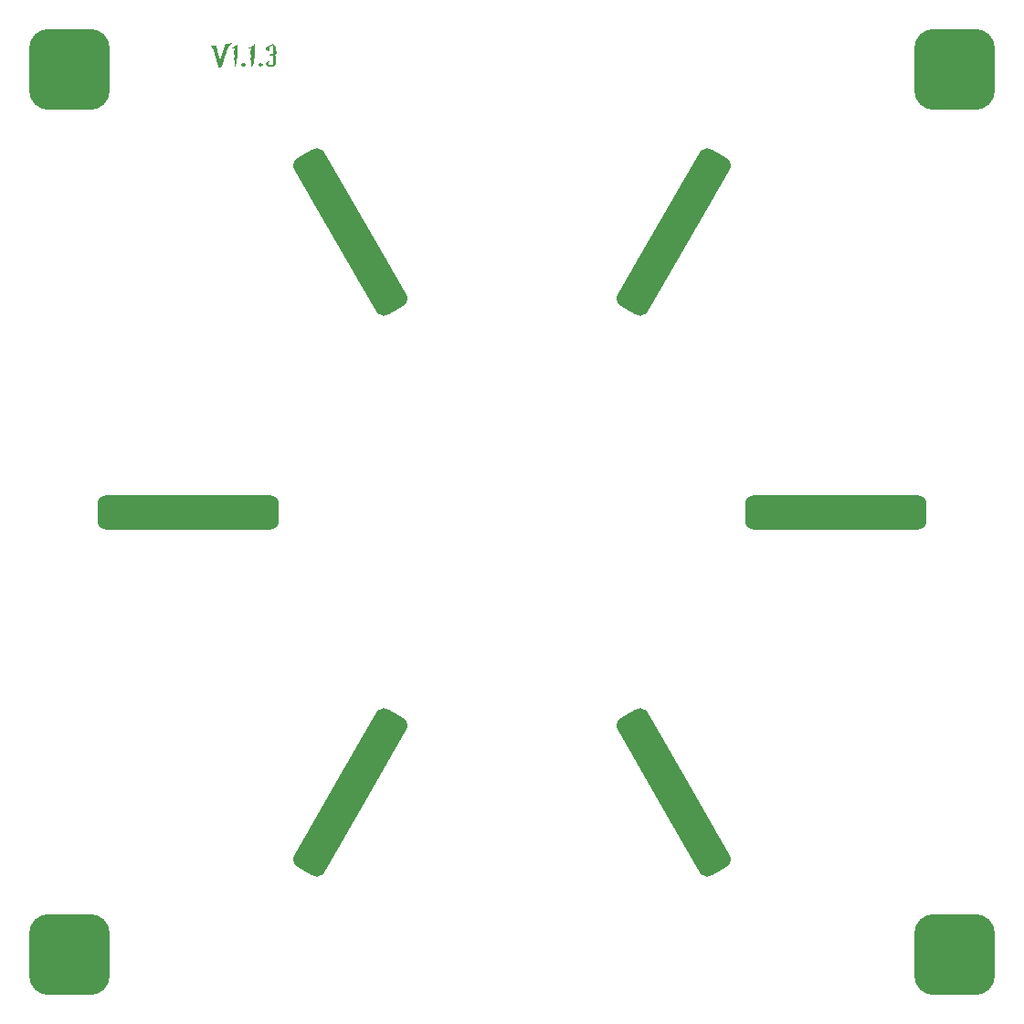
<source format=gtl>
G04*
G04 #@! TF.GenerationSoftware,Altium Limited,Altium Designer,24.0.1 (36)*
G04*
G04 Layer_Physical_Order=1*
G04 Layer_Color=16711833*
%FSLAX44Y44*%
%MOMM*%
G71*
G04*
G04 #@! TF.SameCoordinates,C0ED5DD7-DA47-4A81-9C3B-FA78DA4D2569*
G04*
G04*
G04 #@! TF.FilePolarity,Positive*
G04*
G01*
G75*
%ADD14C,3.2000*%
G04:AMPARAMS|DCode=15|XSize=6.8mm|YSize=3.2mm|CornerRadius=0.8mm|HoleSize=0mm|Usage=FLASHONLY|Rotation=120.000|XOffset=0mm|YOffset=0mm|HoleType=Round|Shape=RoundedRectangle|*
%AMROUNDEDRECTD15*
21,1,6.8000,1.6000,0,0,120.0*
21,1,5.2000,3.2000,0,0,120.0*
1,1,1.6000,-0.6072,2.6517*
1,1,1.6000,1.9928,-1.8517*
1,1,1.6000,0.6072,-2.6517*
1,1,1.6000,-1.9928,1.8517*
%
%ADD15ROUNDEDRECTD15*%
G04:AMPARAMS|DCode=16|XSize=6.8mm|YSize=3.2mm|CornerRadius=0.8mm|HoleSize=0mm|Usage=FLASHONLY|Rotation=0.000|XOffset=0mm|YOffset=0mm|HoleType=Round|Shape=RoundedRectangle|*
%AMROUNDEDRECTD16*
21,1,6.8000,1.6000,0,0,0.0*
21,1,5.2000,3.2000,0,0,0.0*
1,1,1.6000,2.6000,-0.8000*
1,1,1.6000,-2.6000,-0.8000*
1,1,1.6000,-2.6000,0.8000*
1,1,1.6000,2.6000,0.8000*
%
%ADD16ROUNDEDRECTD16*%
G04:AMPARAMS|DCode=17|XSize=6.8mm|YSize=3.2mm|CornerRadius=0.8mm|HoleSize=0mm|Usage=FLASHONLY|Rotation=60.000|XOffset=0mm|YOffset=0mm|HoleType=Round|Shape=RoundedRectangle|*
%AMROUNDEDRECTD17*
21,1,6.8000,1.6000,0,0,60.0*
21,1,5.2000,3.2000,0,0,60.0*
1,1,1.6000,1.9928,1.8517*
1,1,1.6000,-0.6072,-2.6517*
1,1,1.6000,-1.9928,-1.8517*
1,1,1.6000,0.6072,2.6517*
%
%ADD17ROUNDEDRECTD17*%
G04:AMPARAMS|DCode=18|XSize=7.5mm|YSize=7.5mm|CornerRadius=1.875mm|HoleSize=0mm|Usage=FLASHONLY|Rotation=0.000|XOffset=0mm|YOffset=0mm|HoleType=Round|Shape=RoundedRectangle|*
%AMROUNDEDRECTD18*
21,1,7.5000,3.7500,0,0,0.0*
21,1,3.7500,7.5000,0,0,0.0*
1,1,3.7500,1.8750,-1.8750*
1,1,3.7500,-1.8750,-1.8750*
1,1,3.7500,-1.8750,1.8750*
1,1,3.7500,1.8750,1.8750*
%
%ADD18ROUNDEDRECTD18*%
G36*
X190301Y884406D02*
X190226Y884350D01*
X190095Y884256D01*
X189945Y884125D01*
X189739Y883956D01*
X189514Y883769D01*
X189270Y883544D01*
X189008Y883281D01*
X188726Y882982D01*
X188426Y882663D01*
X188127Y882326D01*
X187845Y881951D01*
X187546Y881557D01*
X187264Y881126D01*
X187002Y880695D01*
X186758Y880226D01*
Y880207D01*
X186721Y880170D01*
X186683Y880076D01*
X186627Y879964D01*
X186571Y879795D01*
X186477Y879589D01*
X186383Y879345D01*
X186271Y879064D01*
X186140Y878708D01*
X186008Y878333D01*
X185858Y877883D01*
X185690Y877396D01*
X185521Y876852D01*
X185315Y876233D01*
X185127Y875577D01*
X184902Y874846D01*
X181472Y863074D01*
X181453D01*
X181435Y863055D01*
X181378Y863018D01*
X181303Y862980D01*
X181172Y862906D01*
X181003Y862812D01*
X180779Y862681D01*
X180741Y862662D01*
X180666Y862624D01*
X180535Y862549D01*
X180385Y862474D01*
X180216Y862399D01*
X180029Y862324D01*
X179860Y862287D01*
X179691Y862268D01*
X179579D01*
X179466Y862249D01*
X179298Y862231D01*
X179091Y862212D01*
X178867Y862175D01*
X178604Y862118D01*
X178323Y862043D01*
X178023Y861968D01*
X177704Y861856D01*
X177386Y861725D01*
X177067Y861575D01*
X176767Y861406D01*
X176448Y861200D01*
X176167Y860956D01*
X175886Y860694D01*
Y860712D01*
X175905Y860731D01*
X175942Y860769D01*
X175961Y860787D01*
X175980Y860806D01*
X176036Y860862D01*
X176092Y860937D01*
X176280Y861143D01*
X176523Y861406D01*
X176823Y861725D01*
X177198Y862081D01*
X177610Y862456D01*
X178060Y862868D01*
X174555Y874846D01*
Y874865D01*
X174536Y874884D01*
X174518Y874996D01*
X174461Y875165D01*
X174405Y875390D01*
X174311Y875652D01*
X174236Y875952D01*
X174124Y876271D01*
X174030Y876608D01*
X173824Y877302D01*
X173711Y877639D01*
X173618Y877939D01*
X173524Y878220D01*
X173449Y878464D01*
X173374Y878670D01*
X173318Y878801D01*
X173299Y878820D01*
X173280Y878895D01*
X173224Y879026D01*
X173130Y879176D01*
X173037Y879364D01*
X172924Y879570D01*
X172793Y879814D01*
X172624Y880057D01*
X172268Y880582D01*
X171837Y881088D01*
X171593Y881313D01*
X171331Y881538D01*
X171068Y881726D01*
X170787Y881876D01*
X170750Y881894D01*
X170712Y881913D01*
X170637Y881951D01*
X170544Y882007D01*
X170431Y882063D01*
X170281Y882157D01*
X170094Y882251D01*
X170000Y882307D01*
X170056D01*
X170112Y882288D01*
X170187D01*
X170281Y882269D01*
X170412D01*
X170694Y882232D01*
X171050Y882194D01*
X171443Y882157D01*
X171875Y882119D01*
X172343Y882063D01*
X173318Y881988D01*
X173824Y881951D01*
X174293Y881932D01*
X174743Y881913D01*
X175174Y881894D01*
X175549D01*
X175886Y881913D01*
X178042Y874115D01*
X178060Y874078D01*
X178079Y873984D01*
X178117Y873815D01*
X178192Y873609D01*
X178267Y873347D01*
X178360Y873028D01*
X178454Y872672D01*
X178566Y872278D01*
X178679Y871847D01*
X178810Y871397D01*
X178960Y870910D01*
X179091Y870422D01*
X179391Y869373D01*
X179691Y868323D01*
X184340Y884050D01*
X184452D01*
X184546Y884031D01*
X184809D01*
X184977Y884013D01*
X185596D01*
X185840Y884031D01*
X186102D01*
X186683Y884069D01*
X187321Y884125D01*
X190320Y884425D01*
X190301Y884406D01*
D02*
G37*
G36*
X211558Y870629D02*
X210677Y872259D01*
X210583Y872466D01*
X210715Y865249D01*
X209946Y866636D01*
X209440Y860000D01*
X207753Y871397D01*
X208596Y870741D01*
X207678Y877602D01*
X208859Y877002D01*
X208615Y879495D01*
X205128Y879870D01*
X205147D01*
X205185Y879889D01*
X205260Y879926D01*
X205353Y879982D01*
X205485Y880039D01*
X205635Y880095D01*
X205785Y880170D01*
X205972Y880264D01*
X206384Y880470D01*
X206872Y880714D01*
X207378Y880976D01*
X207922Y881276D01*
X208465Y881576D01*
X209009Y881913D01*
X209552Y882269D01*
X210040Y882626D01*
X210508Y882982D01*
X210902Y883356D01*
X211089Y883525D01*
X211239Y883713D01*
X211371Y883900D01*
X211483Y884069D01*
X211558Y870629D01*
D02*
G37*
G36*
X195943D02*
X195062Y872259D01*
X194969Y872466D01*
X195100Y865249D01*
X194331Y866636D01*
X193825Y860000D01*
X192138Y871397D01*
X192982Y870741D01*
X192063Y877602D01*
X193244Y877002D01*
X193000Y879495D01*
X189514Y879870D01*
X189533D01*
X189570Y879889D01*
X189645Y879926D01*
X189739Y879982D01*
X189870Y880039D01*
X190020Y880095D01*
X190170Y880170D01*
X190357Y880264D01*
X190770Y880470D01*
X191257Y880714D01*
X191763Y880976D01*
X192307Y881276D01*
X192850Y881576D01*
X193394Y881913D01*
X193938Y882269D01*
X194425Y882626D01*
X194894Y882982D01*
X195287Y883356D01*
X195475Y883525D01*
X195625Y883713D01*
X195756Y883900D01*
X195868Y884069D01*
X195943Y870629D01*
D02*
G37*
G36*
X231578Y880676D02*
X231728Y875034D01*
X229928Y873497D01*
X231578Y871734D01*
Y864124D01*
X228279Y862381D01*
X228166D01*
X223911Y862606D01*
X221699Y865455D01*
Y865474D01*
X221737Y865549D01*
X221774Y865642D01*
X221831Y865773D01*
X221905Y865923D01*
X222018Y866111D01*
X222168Y866298D01*
X222337Y866505D01*
X222543Y866730D01*
X222787Y866936D01*
X223086Y867142D01*
X223424Y867329D01*
X223799Y867517D01*
X224230Y867685D01*
X224717Y867817D01*
X225261Y867929D01*
X225242Y867911D01*
X225223Y867873D01*
X225167Y867817D01*
X225092Y867723D01*
X224942Y867498D01*
X224755Y867254D01*
X224548Y866973D01*
X224399Y866711D01*
X224267Y866505D01*
X224249Y866411D01*
X224230Y866355D01*
Y866336D01*
Y866298D01*
X224249Y866242D01*
X224267Y866148D01*
X224342Y865923D01*
X224399Y865792D01*
X224492Y865661D01*
X225373Y864068D01*
X228054Y864255D01*
X228673Y865024D01*
X228335Y872859D01*
X225261D01*
X225673Y874396D01*
X228054Y874528D01*
X228673Y875296D01*
X228298Y882326D01*
X224905Y881013D01*
X224998Y879814D01*
X224980Y879776D01*
X224961Y879682D01*
X224923Y879532D01*
X224905Y879345D01*
Y879326D01*
Y879289D01*
Y879233D01*
X224923Y879158D01*
X224942Y879045D01*
X224961Y878933D01*
X225055Y878652D01*
X225205Y878314D01*
X225298Y878145D01*
X225411Y877958D01*
X225561Y877770D01*
X225730Y877564D01*
X225917Y877377D01*
X226123Y877189D01*
X226104D01*
X226067Y877208D01*
X225992D01*
X225898Y877227D01*
X225767Y877246D01*
X225636Y877264D01*
X225317Y877339D01*
X224980Y877396D01*
X224605Y877470D01*
X224249Y877564D01*
X223930Y877639D01*
X223911D01*
X223855Y877658D01*
X223780Y877677D01*
X223686Y877714D01*
X223555Y877752D01*
X223405Y877789D01*
X223086Y877902D01*
X222712Y878052D01*
X222355Y878202D01*
X221999Y878389D01*
X221849Y878502D01*
X221699Y878595D01*
Y880732D01*
X225036Y882401D01*
X228841Y883919D01*
X231578Y880676D01*
D02*
G37*
G36*
X217707Y866148D02*
X217800Y866017D01*
X217894Y865886D01*
X218006Y865792D01*
X218213Y865642D01*
X218438Y865530D01*
X218625Y865474D01*
X218794Y865455D01*
X218944D01*
X219112Y864012D01*
X218888Y863993D01*
X218700Y863955D01*
X218513Y863880D01*
X218363Y863824D01*
X218250Y863749D01*
X218156Y863674D01*
X218100Y863637D01*
X218081Y863618D01*
X217950Y863468D01*
X217857Y863299D01*
X217800Y863130D01*
X217763Y862962D01*
Y862831D01*
Y862718D01*
Y862624D01*
Y862606D01*
X216001Y862681D01*
X215944Y862887D01*
X215851Y863055D01*
X215776Y863224D01*
X215682Y863355D01*
X215588Y863468D01*
X215476Y863562D01*
X215288Y863693D01*
X215101Y863786D01*
X214951Y863824D01*
X214839Y863843D01*
X214801D01*
X214688Y865155D01*
X214932D01*
X215138Y865174D01*
X215307Y865211D01*
X215438Y865267D01*
X215532Y865305D01*
X215588Y865342D01*
X215626Y865361D01*
X215645Y865380D01*
X215701Y865436D01*
X215738Y865530D01*
X215795Y865642D01*
X215851Y865773D01*
X215888Y865886D01*
X215926Y865980D01*
X215944Y866055D01*
Y866074D01*
X217631Y866317D01*
X217707Y866148D01*
D02*
G37*
G36*
X202092D02*
X202185Y866017D01*
X202279Y865886D01*
X202392Y865792D01*
X202598Y865642D01*
X202823Y865530D01*
X203010Y865474D01*
X203179Y865455D01*
X203329D01*
X203498Y864012D01*
X203273Y863993D01*
X203085Y863955D01*
X202898Y863880D01*
X202748Y863824D01*
X202635Y863749D01*
X202542Y863674D01*
X202485Y863637D01*
X202467Y863618D01*
X202335Y863468D01*
X202242Y863299D01*
X202185Y863130D01*
X202148Y862962D01*
Y862831D01*
Y862718D01*
Y862624D01*
Y862606D01*
X200386Y862681D01*
X200330Y862887D01*
X200236Y863055D01*
X200161Y863224D01*
X200067Y863355D01*
X199974Y863468D01*
X199861Y863562D01*
X199674Y863693D01*
X199486Y863786D01*
X199336Y863824D01*
X199224Y863843D01*
X199186D01*
X199074Y865155D01*
X199317D01*
X199524Y865174D01*
X199692Y865211D01*
X199824Y865267D01*
X199917Y865305D01*
X199974Y865342D01*
X200011Y865361D01*
X200030Y865380D01*
X200086Y865436D01*
X200124Y865530D01*
X200180Y865642D01*
X200236Y865773D01*
X200273Y865886D01*
X200311Y865980D01*
X200330Y866055D01*
Y866074D01*
X202017Y866317D01*
X202092Y866148D01*
D02*
G37*
D14*
X575000Y666506D02*
X625000Y753109D01*
X700000Y450000D02*
X803860D01*
X100000D02*
X200000D01*
X275000Y146891D02*
X325000Y233494D01*
X575000D02*
X625000Y146891D01*
X275000Y753109D02*
X325000Y666506D01*
D15*
X625000Y146891D02*
D03*
X575000Y233494D02*
D03*
X325000Y666506D02*
D03*
X275000Y753109D02*
D03*
D16*
X100000Y450000D02*
D03*
X200000D02*
D03*
X700000D02*
D03*
X800000D02*
D03*
D17*
X275000Y146891D02*
D03*
X325000Y233494D02*
D03*
X575000Y666506D02*
D03*
X625000Y753109D02*
D03*
D18*
X40000Y860000D02*
D03*
X860000D02*
D03*
Y40000D02*
D03*
X40000D02*
D03*
M02*

</source>
